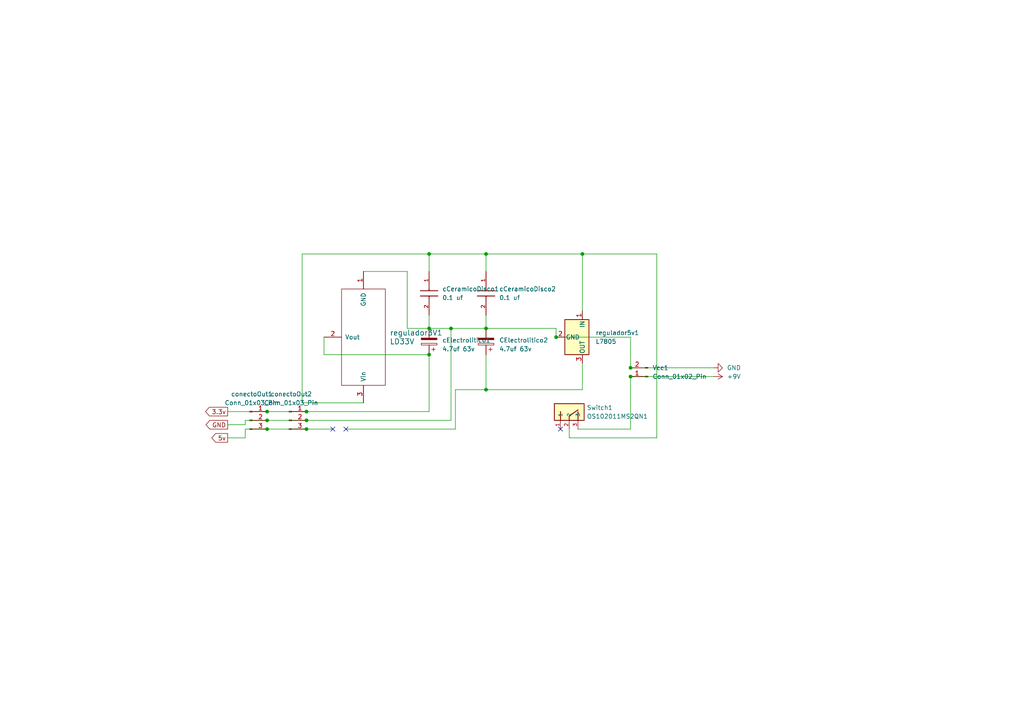
<source format=kicad_sch>
(kicad_sch (version 20231120) (generator "eeschema") (generator_version "8.0")
  (paper "A4")
  (lib_symbols
    (symbol "Connector:Conn_01x02_Pin" (pin_names (offset 1.016) hide)
      (property "Reference" "J" (at 0 2.54 0))
      (property "Value" "Conn_01x02_Pin" (at 0 -5.08 0))
      (symbol "Conn_01x02_Pin_1_1"
        (polyline (pts (xy 1.27 -2.54) (xy 0.8636 -2.54)) (stroke (width 0.1524)))
        (polyline (pts (xy 1.27 0) (xy 0.8636 0)) (stroke (width 0.1524)))
        (rectangle (start 0.8636 -2.413) (end 0 -2.667) (stroke (width 0.1524)) (fill (type outline)))
        (rectangle (start 0.8636 0.127) (end 0 -0.127) (stroke (width 0.1524)) (fill (type outline)))
        (pin passive line (at 5.08 0 180) (length 3.81) (name "Pin_1") (number "1"))
        (pin passive line (at 5.08 -2.54 180) (length 3.81) (name "Pin_2") (number "2"))
      )
    )
    (symbol "Connector:Conn_01x03_Pin" (pin_names (offset 1.016) hide)
      (property "Reference" "J" (at 0 5.08 0))
      (property "Value" "Conn_01x03_Pin" (at 0 -5.08 0))
      (symbol "Conn_01x03_Pin_1_1"
        (polyline (pts (xy 1.27 -2.54) (xy 0.8636 -2.54)) (stroke (width 0.1524)))
        (polyline (pts (xy 1.27 0) (xy 0.8636 0)) (stroke (width 0.1524)))
        (polyline (pts (xy 1.27 2.54) (xy 0.8636 2.54)) (stroke (width 0.1524)))
        (rectangle (start 0.8636 -2.413) (end 0 -2.667) (stroke (width 0.1524)) (fill (type outline)))
        (rectangle (start 0.8636 0.127) (end 0 -0.127) (stroke (width 0.1524)) (fill (type outline)))
        (rectangle (start 0.8636 2.667) (end 0 2.413) (stroke (width 0.1524)) (fill (type outline)))
        (pin passive line (at 5.08 2.54 180) (length 3.81) (name "Pin_1") (number "1"))
        (pin passive line (at 5.08 0 180) (length 3.81) (name "Pin_2") (number "2"))
        (pin passive line (at 5.08 -2.54 180) (length 3.81) (name "Pin_3") (number "3"))
      )
    )
    (symbol "Device:C_Polarized" (pin_numbers hide) (pin_names (offset 0.254))
      (property "Reference" "C" (at 0.635 2.54 0))
      (property "Value" "C_Polarized" (at 0.635 -2.54 0))
      (symbol "C_Polarized_0_1"
        (rectangle (start -2.286 0.508) (end 2.286 1.016))
        (polyline (pts (xy -1.778 2.286) (xy -0.762 2.286)))
        (polyline (pts (xy -1.27 2.794) (xy -1.27 1.778)))
        (rectangle (start 2.286 -0.508) (end -2.286 -1.016) (fill (type outline)))
      )
      (symbol "C_Polarized_1_1"
        (pin passive line (at 0 3.81 270) (length 2.794) (name "~") (number "1"))
        (pin passive line (at 0 -3.81 90) (length 2.794) (name "~") (number "2"))
      )
    )
    (symbol "Regulador_3.3v:LD33V" (pin_names (offset 1.016))
      (property "Reference" "U" (at 0 1.27 0))
      (property "Value" "LD33V" (at 0 3.81 0))
      (symbol "LD33V_0_1"
        (rectangle (start -13.97 6.35) (end 13.97 -6.35))
      )
      (symbol "LD33V_1_1"
        (pin power_out line (at -19.05 0 0) (length 5.08) (name "GND") (number "1"))
        (pin power_out line (at 0 -11.43 90) (length 5.08) (name "Vout") (number "2"))
        (pin power_in line (at 19.05 0 180) (length 5.08) (name "Vin") (number "3"))
      )
    )
    (symbol "Regulator_Linear:L7805" (pin_names (offset 0.254))
      (property "Reference" "U" (at -3.81 3.175 0))
      (property "Value" "L7805" (at 0 3.175 0))
      (symbol "L7805_0_1"
        (rectangle (start -5.08 1.905) (end 5.08 -5.08) (stroke (width 0.254)) (fill (type background)))
      )
      (symbol "L7805_1_1"
        (pin power_in line (at -7.62 0 0) (length 2.54) (name "IN") (number "1"))
        (pin power_in line (at 0 -7.62 90) (length 2.54) (name "GND") (number "2"))
        (pin power_out line (at 7.62 0 180) (length 2.54) (name "OUT") (number "3"))
      )
    )
    (symbol "c_small_disk:C320C104M5U5TA" (pin_names (offset 1.016))
      (property "Reference" "C" (at 8.89 6.35 0))
      (property "Value" "C320C104M5U5TA" (at 8.89 3.81 0))
      (symbol "C320C104M5U5TA_0_0"
        (polyline (pts (xy 5.08 0) (xy 5.588 0)) (stroke (width 0.254)))
        (polyline (pts (xy 5.588 2.54) (xy 5.588 -2.54)) (stroke (width 0.254)))
        (polyline (pts (xy 7.112 0) (xy 7.62 0)) (stroke (width 0.254)))
        (polyline (pts (xy 7.112 2.54) (xy 7.112 -2.54)) (stroke (width 0.254)))
        (pin bidirectional line (at 0 0 0) (length 5.08) (name "~") (number "1"))
        (pin bidirectional line (at 12.7 0 180) (length 5.08) (name "~") (number "2"))
      )
    )
    (symbol "power:+9V" (power) (pin_numbers hide) (pin_names (offset 0) hide)
      (property "Value" "+9V" (at 0 3.556 0))
      (symbol "+9V_0_1"
        (polyline (pts (xy -0.762 1.27) (xy 0 2.54)))
        (polyline (pts (xy 0 0) (xy 0 2.54)))
        (polyline (pts (xy 0 2.54) (xy 0.762 1.27)))
      )
      (symbol "+9V_1_1"
        (pin power_in line (at 0 0 90) (length 0) (name "~") (number "1"))
      )
    )
    (symbol "power:GND" (power) (pin_numbers hide) (pin_names (offset 0) hide)
      (property "Value" "GND" (at 0 -3.81 0))
      (symbol "GND_0_1"
        (polyline (pts (xy 0 0) (xy 0 -1.27) (xy 1.27 -1.27) (xy 0 -2.54) (xy -1.27 -1.27) (xy 0 -1.27)))
      )
      (symbol "GND_1_1"
        (pin power_in line (at 0 0 270) (length 0) (name "~") (number "1"))
      )
    )
    (symbol "switch:OS102011MS2QN1" (pin_names (offset 1.016))
      (property "Reference" "S" (at -2.5411 5.0822 0))
      (property "Value" "OS102011MS2QN1" (at -2.544 -7.6319 0))
      (symbol "OS102011MS2QN1_0_0"
        (rectangle (start -2.54 -4.318) (end 2.286 4.318) (stroke (width 0.254)) (fill (type background)))
        (polyline (pts (xy -2.54 -2.54) (xy 0 -2.54)) (stroke (width 0.254)))
        (polyline (pts (xy -2.54 0) (xy -1.27 0)) (stroke (width 0.254)))
        (polyline (pts (xy -2.54 2.54) (xy 0 2.54)) (stroke (width 0.254)))
        (polyline (pts (xy -1.27 0) (xy 0.508 -2.54)) (stroke (width 0.254)))
        (pin passive line (at -5.08 2.54 0) (length 2.54) (name "1") (number "1"))
        (pin passive line (at -5.08 0 0) (length 2.54) (name "2") (number "2"))
        (pin passive line (at -5.08 -2.54 0) (length 2.54) (name "3") (number "3"))
      )
    )
  )
  (junction (at 88.9 119.38))
  (junction (at 124.46 102.87))
  (junction (at 182.88 109.22))
  (junction (at 161.29 97.79))
  (junction (at 88.9 121.92))
  (junction (at 182.88 106.68))
  (junction (at 140.97 113.03))
  (junction (at 124.46 95.25))
  (junction (at 77.47 119.38))
  (junction (at 140.97 73.66))
  (junction (at 77.47 124.46))
  (junction (at 77.47 121.92))
  (junction (at 140.97 95.25))
  (junction (at 130.81 95.25))
  (junction (at 168.91 73.66))
  (junction (at 124.46 73.66))
  (junction (at 88.9 124.46))
  (no_connect (at 100.33 124.46))
  (no_connect (at 162.56 124.46))
  (no_connect (at 96.52 124.46))
  (wire (pts (xy 105.41 78.74) (xy 118.11 78.74)))
  (wire (pts (xy 140.97 95.25) (xy 161.29 95.25)))
  (wire (pts (xy 124.46 73.66) (xy 140.97 73.66)))
  (wire (pts (xy 87.63 73.66) (xy 124.46 73.66)))
  (wire (pts (xy 161.29 95.25) (xy 161.29 97.79)))
  (wire (pts (xy 140.97 102.87) (xy 140.97 113.03)))
  (wire (pts (xy 87.63 116.84) (xy 105.41 116.84)))
  (wire (pts (xy 182.88 106.68) (xy 207.01 106.68)))
  (wire (pts (xy 93.98 97.79) (xy 93.98 102.87)))
  (wire (pts (xy 71.12 127) (xy 71.12 124.46)))
  (wire (pts (xy 190.5 127) (xy 190.5 73.66)))
  (wire (pts (xy 168.91 113.03) (xy 140.97 113.03)))
  (wire (pts (xy 167.64 124.46) (xy 182.88 124.46)))
  (wire (pts (xy 71.12 124.46) (xy 77.47 124.46)))
  (wire (pts (xy 124.46 95.25) (xy 130.81 95.25)))
  (wire (pts (xy 66.04 127) (xy 71.12 127)))
  (wire (pts (xy 71.12 121.92) (xy 77.47 121.92)))
  (wire (pts (xy 88.9 121.92) (xy 130.81 121.92)))
  (wire (pts (xy 140.97 73.66) (xy 140.97 78.74)))
  (wire (pts (xy 77.47 119.38) (xy 88.9 119.38)))
  (wire (pts (xy 130.81 95.25) (xy 140.97 95.25)))
  (wire (pts (xy 124.46 119.38) (xy 124.46 102.87)))
  (wire (pts (xy 168.91 105.41) (xy 168.91 113.03)))
  (wire (pts (xy 182.88 97.79) (xy 182.88 106.68)))
  (wire (pts (xy 77.47 124.46) (xy 88.9 124.46)))
  (wire (pts (xy 77.47 121.92) (xy 88.9 121.92)))
  (wire (pts (xy 130.81 95.25) (xy 130.81 121.92)))
  (wire (pts (xy 100.33 124.46) (xy 132.08 124.46)))
  (wire (pts (xy 88.9 119.38) (xy 124.46 119.38)))
  (wire (pts (xy 165.1 127) (xy 190.5 127)))
  (wire (pts (xy 118.11 95.25) (xy 124.46 95.25)))
  (wire (pts (xy 88.9 124.46) (xy 96.52 124.46)))
  (wire (pts (xy 71.12 123.19) (xy 71.12 121.92)))
  (wire (pts (xy 124.46 78.74) (xy 124.46 73.66)))
  (wire (pts (xy 132.08 113.03) (xy 132.08 124.46)))
  (wire (pts (xy 140.97 113.03) (xy 132.08 113.03)))
  (wire (pts (xy 182.88 109.22) (xy 182.88 124.46)))
  (wire (pts (xy 182.88 97.79) (xy 161.29 97.79)))
  (wire (pts (xy 66.04 123.19) (xy 71.12 123.19)))
  (wire (pts (xy 168.91 73.66) (xy 168.91 90.17)))
  (wire (pts (xy 124.46 91.44) (xy 124.46 95.25)))
  (wire (pts (xy 182.88 109.22) (xy 207.01 109.22)))
  (wire (pts (xy 118.11 78.74) (xy 118.11 95.25)))
  (wire (pts (xy 93.98 102.87) (xy 124.46 102.87)))
  (wire (pts (xy 168.91 73.66) (xy 140.97 73.66)))
  (wire (pts (xy 87.63 116.84) (xy 87.63 73.66)))
  (wire (pts (xy 66.04 119.38) (xy 77.47 119.38)))
  (wire (pts (xy 140.97 91.44) (xy 140.97 95.25)))
  (wire (pts (xy 165.1 124.46) (xy 165.1 127)))
  (wire (pts (xy 190.5 73.66) (xy 168.91 73.66)))
  (global_label "3.3v" (shape output) (at 66.04 119.38 180) (property "Intersheetrefs" "${INTERSHEET_REFS}" (effects (hide yes))))
  (global_label "GND" (shape output) (at 66.04 123.19 180) (property "Intersheetrefs" "${INTERSHEET_REFS}" (effects (hide yes))))
  (global_label "5v" (shape output) (at 66.04 127 180) (property "Intersheetrefs" "${INTERSHEET_REFS}" (effects (hide yes))))
  (symbol (lib_id "Regulador_3.3v:LD33V") (at 105.41 97.79 270) (unit 1)
    (property "Reference" "regulador3V1" (at 113.03 96.5199 90) (effects (font (size 1.524 1.524)) (justify left)))
    (property "Value" "LD33V" (at 113.03 99.0599 90) (effects (font (size 1.524 1.524)) (justify left)))
    (property "Footprint" "Package_TO_SOT_THT:TO-220-3_Vertical" (effects (hide yes)))
  )
  (symbol (lib_id "c_small_disk:C320C104M5U5TA") (at 140.97 78.74 270) (unit 1)
    (property "Reference" "cCeramicoDisco2" (at 144.78 83.8199 90) (effects (justify left)))
    (property "Value" "0.1 uf" (at 144.78 86.3599 90) (effects (justify left)))
    (property "Footprint" "Capacitor_THT:C_Disc_D4.3mm_W1.9mm_P5.00mm" (effects (hide yes)))
    (property "Manufacturer_Name" "Kemet" (effects (hide yes)))
    (property "MF" "KEMET" (effects (hide yes)))
    (property "Mouser_Price-Stock" "https://www.mouser.com/Search/Refine.aspx?Keyword=80-C320C104M5U" (effects (hide yes)))
    (property "Description_1" "\nC320 C 100nF Ceramic Multilayer Capacitor, 50 VDC, +85degC, Z5U Dielec, +/-20% | KEMET C320C104M5U5TA\n" (effects (hide yes)))
    (property "Allied_Number" "70095209" (effects (hide yes)))
    (property "RS_Part_Number" "8703823" (effects (hide yes)))
    (property "Allied_Price-Stock" "https://www.alliedelec.com/kemet-c320c104m5u5ta/70095209/" (effects (hide yes)))
    (property "Price" "None" (effects (hide yes)))
    (property "Mouser_Part_Number" "80-C320C104M5U" (effects (hide yes)))
    (property "Check_prices" "https://www.snapeda.com/parts/C320C104M5U5TA/KEMET/view-part/?ref=eda" (effects (hide yes)))
    (property "Height" "mm" (effects (hide yes)))
    (property "SnapEDA_Link" "https://www.snapeda.com/parts/C320C104M5U5TA/KEMET/view-part/?ref=snap" (effects (hide yes)))
    (property "MP" "C320C104M5U5TA" (effects (hide yes)))
    (property "Package" "Radial KEMET" (effects (hide yes)))
    (property "RS_Price-Stock" "https://uk.rs-online.com/web/p/products/8703823" (effects (hide yes)))
    (property "Availability" "In Stock" (effects (hide yes)))
    (property "Manufacturer_Part_Number" "C320C104M5U5TA" (effects (hide yes)))
  )
  (symbol (lib_id "c_small_disk:C320C104M5U5TA") (at 124.46 78.74 270) (unit 1)
    (property "Reference" "cCeramicoDisco1" (at 128.27 83.8199 90) (effects (justify left)))
    (property "Value" "0.1 uf" (at 128.27 86.3599 90) (effects (justify left)))
    (property "Footprint" "Capacitor_THT:C_Disc_D4.3mm_W1.9mm_P5.00mm" (effects (hide yes)))
    (property "Manufacturer_Name" "Kemet" (effects (hide yes)))
    (property "MF" "KEMET" (effects (hide yes)))
    (property "Mouser_Price-Stock" "https://www.mouser.com/Search/Refine.aspx?Keyword=80-C320C104M5U" (effects (hide yes)))
    (property "Description_1" "\nC320 C 100nF Ceramic Multilayer Capacitor, 50 VDC, +85degC, Z5U Dielec, +/-20% | KEMET C320C104M5U5TA\n" (effects (hide yes)))
    (property "Allied_Number" "70095209" (effects (hide yes)))
    (property "RS_Part_Number" "8703823" (effects (hide yes)))
    (property "Allied_Price-Stock" "https://www.alliedelec.com/kemet-c320c104m5u5ta/70095209/" (effects (hide yes)))
    (property "Price" "None" (effects (hide yes)))
    (property "Mouser_Part_Number" "80-C320C104M5U" (effects (hide yes)))
    (property "Check_prices" "https://www.snapeda.com/parts/C320C104M5U5TA/KEMET/view-part/?ref=eda" (effects (hide yes)))
    (property "Height" "mm" (effects (hide yes)))
    (property "SnapEDA_Link" "https://www.snapeda.com/parts/C320C104M5U5TA/KEMET/view-part/?ref=snap" (effects (hide yes)))
    (property "MP" "C320C104M5U5TA" (effects (hide yes)))
    (property "Package" "Radial KEMET" (effects (hide yes)))
    (property "RS_Price-Stock" "https://uk.rs-online.com/web/p/products/8703823" (effects (hide yes)))
    (property "Availability" "In Stock" (effects (hide yes)))
    (property "Manufacturer_Part_Number" "C320C104M5U5TA" (effects (hide yes)))
  )
  (symbol (lib_id "Device:C_Polarized") (at 124.46 99.06 180) (unit 1)
    (property "Reference" "cElectrolitico1" (at 128.27 98.6789 0) (effects (justify right)))
    (property "Value" "4.7uf 63v" (at 128.27 101.2189 0) (effects (justify right)))
    (property "Footprint" "Capacitor_THT:C_Radial_D5.0mm_H11.0mm_P2.00mm" (effects (hide yes)))
    (property "Description" "Polarized capacitor" (effects (hide yes)))
  )
  (symbol (lib_id "Regulator_Linear:L7805") (at 168.91 97.79 270) (unit 1)
    (property "Reference" "regulador5v1" (at 172.72 96.5199 90) (effects (justify left)))
    (property "Value" "L7805" (at 172.72 99.0599 90) (effects (justify left)))
    (property "Footprint" "Package_TO_SOT_THT:TO-220-3_Vertical" (effects (hide yes)))
    (property "Datasheet" "http://www.st.com/content/ccc/resource/technical/document/datasheet/41/4f/b3/b0/12/d4/47/88/CD00000444.pdf/files/CD00000444.pdf/jcr:content/translations/en.CD00000444.pdf" (effects (hide yes)))
    (property "Description" "Positive 1.5A 35V Linear Regulator, Fixed Output 5V, TO-220/TO-263/TO-252" (effects (hide yes)))
  )
  (symbol (lib_id "Connector:Conn_01x03_Pin") (at 72.39 121.92 0) (unit 1)
    (property "Reference" "conectoOut1" (at 73.025 114.3 0))
    (property "Value" "Conn_01x03_Pin" (at 73.025 116.84 0))
    (property "Footprint" "Connector_JST:JST_EH_B3B-EH-A_1x03_P2.50mm_Vertical" (effects (hide yes)))
    (property "Description" "Generic connector, single row, 01x03, script generated" (effects (hide yes)))
  )
  (symbol (lib_id "power:+9V") (at 207.01 109.22 270) (unit 1)
    (property "Reference" "#PWR02" (effects (hide yes)))
    (property "Value" "+9V" (at 210.82 109.2199 90) (effects (justify left)))
    (property "Description" "Power symbol creates a global label with name \"+9V\"" (effects (hide yes)))
  )
  (symbol (lib_id "Connector:Conn_01x02_Pin") (at 187.96 109.22 180) (unit 1)
    (property "Reference" "Vcc1" (at 189.23 106.6799 0) (effects (justify right)))
    (property "Value" "Conn_01x02_Pin" (at 189.23 109.2199 0) (effects (justify right)))
    (property "Footprint" "Connector_JST:JST_EH_B2B-EH-A_1x02_P2.50mm_Vertical" (effects (hide yes)))
    (property "Description" "Generic connector, single row, 01x02, script generated" (effects (hide yes)))
  )
  (symbol (lib_id "Device:C_Polarized") (at 140.97 99.06 180) (unit 1)
    (property "Reference" "CElectrolitico2" (at 144.78 98.6789 0) (effects (justify right)))
    (property "Value" "4.7uf 63v" (at 144.78 101.2189 0) (effects (justify right)))
    (property "Footprint" "Capacitor_THT:C_Radial_D5.0mm_H11.0mm_P2.00mm" (effects (hide yes)))
    (property "Description" "Polarized capacitor" (effects (hide yes)))
  )
  (symbol (lib_id "power:GND") (at 207.01 106.68 90) (unit 1)
    (property "Reference" "#PWR01" (effects (hide yes)))
    (property "Value" "GND" (at 210.82 106.6799 90) (effects (justify right)))
    (property "Description" "Power symbol creates a global label with name \"GND\" , ground" (effects (hide yes)))
  )
  (symbol (lib_id "Connector:Conn_01x03_Pin") (at 83.82 121.92 0) (unit 1)
    (property "Reference" "conectoOut2" (at 84.455 114.3 0))
    (property "Value" "Conn_01x03_Pin" (at 84.455 116.84 0))
    (property "Footprint" "Connector_JST:JST_EH_B3B-EH-A_1x03_P2.50mm_Vertical" (effects (hide yes)))
    (property "Description" "Generic connector, single row, 01x03, script generated" (effects (hide yes)))
  )
  (symbol (lib_id "switch:OS102011MS2QN1") (at 165.1 119.38 90) (unit 1)
    (property "Reference" "Switch1" (at 170.18 118.2369 90) (effects (justify right)))
    (property "Value" "OS102011MS2QN1" (at 170.18 120.7769 90) (effects (justify right)))
    (property "Footprint" "switch:SW_OS102011MS2QN1" (effects (hide yes)))
    (property "MF" "C&K" (effects (hide yes)))
    (property "Description_1" "\nSwitch,Slide,Mini,SPDT,ON-ON,Non-Shorting(BBM),100mA,12VDC,ThruHole,PC Pin | C&K OS102011MS2QN1\n" (effects (hide yes)))
    (property "Package" "None" (effects (hide yes)))
    (property "Price" "None" (effects (hide yes)))
    (property "Check_prices" "https://www.snapeda.com/parts/OS102011MS2QN1/C%2526K/view-part/?ref=eda" (effects (hide yes)))
    (property "STANDARD" "MANUFACTURER RECOMMENDATIONS" (effects (hide yes)))
    (property "SnapEDA_Link" "https://www.snapeda.com/parts/OS102011MS2QN1/C%2526K/view-part/?ref=snap" (effects (hide yes)))
    (property "MP" "OS102011MS2QN1" (effects (hide yes)))
    (property "Availability" "In Stock" (effects (hide yes)))
    (property "MANUFACTURER" "C&K" (effects (hide yes)))
  )
)
</source>
